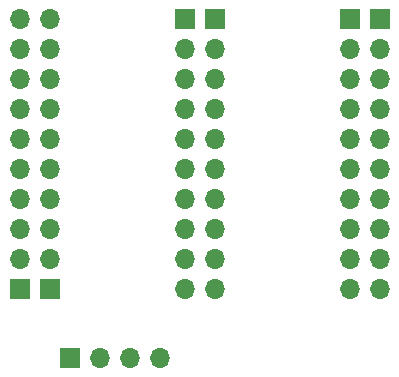
<source format=gbs>
G04 #@! TF.GenerationSoftware,KiCad,Pcbnew,(5.1.6-0-10_14)*
G04 #@! TF.CreationDate,2021-08-31T16:03:37+09:00*
G04 #@! TF.ProjectId,FFCbreak,46464362-7265-4616-9b2e-6b696361645f,rev?*
G04 #@! TF.SameCoordinates,Original*
G04 #@! TF.FileFunction,Soldermask,Bot*
G04 #@! TF.FilePolarity,Negative*
%FSLAX46Y46*%
G04 Gerber Fmt 4.6, Leading zero omitted, Abs format (unit mm)*
G04 Created by KiCad (PCBNEW (5.1.6-0-10_14)) date 2021-08-31 16:03:37*
%MOMM*%
%LPD*%
G01*
G04 APERTURE LIST*
%ADD10O,1.700000X1.700000*%
%ADD11R,1.700000X1.700000*%
G04 APERTURE END LIST*
D10*
G04 #@! TO.C,J2*
X135890000Y-95250000D03*
X135890000Y-92710000D03*
X135890000Y-90170000D03*
X135890000Y-87630000D03*
X135890000Y-85090000D03*
X135890000Y-82550000D03*
X135890000Y-80010000D03*
X135890000Y-77470000D03*
X135890000Y-74930000D03*
D11*
X135890000Y-72390000D03*
G04 #@! TD*
G04 #@! TO.C,J3*
X133350000Y-72390000D03*
D10*
X133350000Y-74930000D03*
X133350000Y-77470000D03*
X133350000Y-80010000D03*
X133350000Y-82550000D03*
X133350000Y-85090000D03*
X133350000Y-87630000D03*
X133350000Y-90170000D03*
X133350000Y-92710000D03*
X133350000Y-95250000D03*
G04 #@! TD*
G04 #@! TO.C,J4*
X119380000Y-95250000D03*
X119380000Y-92710000D03*
X119380000Y-90170000D03*
X119380000Y-87630000D03*
X119380000Y-85090000D03*
X119380000Y-82550000D03*
X119380000Y-80010000D03*
X119380000Y-77470000D03*
X119380000Y-74930000D03*
D11*
X119380000Y-72390000D03*
G04 #@! TD*
G04 #@! TO.C,J5*
X121920000Y-72390000D03*
D10*
X121920000Y-74930000D03*
X121920000Y-77470000D03*
X121920000Y-80010000D03*
X121920000Y-82550000D03*
X121920000Y-85090000D03*
X121920000Y-87630000D03*
X121920000Y-90170000D03*
X121920000Y-92710000D03*
X121920000Y-95250000D03*
G04 #@! TD*
G04 #@! TO.C,J6*
X107950000Y-72390000D03*
X107950000Y-74930000D03*
X107950000Y-77470000D03*
X107950000Y-80010000D03*
X107950000Y-82550000D03*
X107950000Y-85090000D03*
X107950000Y-87630000D03*
X107950000Y-90170000D03*
X107950000Y-92710000D03*
D11*
X107950000Y-95250000D03*
G04 #@! TD*
G04 #@! TO.C,J7*
X105410000Y-95250000D03*
D10*
X105410000Y-92710000D03*
X105410000Y-90170000D03*
X105410000Y-87630000D03*
X105410000Y-85090000D03*
X105410000Y-82550000D03*
X105410000Y-80010000D03*
X105410000Y-77470000D03*
X105410000Y-74930000D03*
X105410000Y-72390000D03*
G04 #@! TD*
G04 #@! TO.C,J8*
X117340000Y-101084000D03*
X114800000Y-101084000D03*
X112260000Y-101084000D03*
D11*
X109720000Y-101084000D03*
G04 #@! TD*
M02*

</source>
